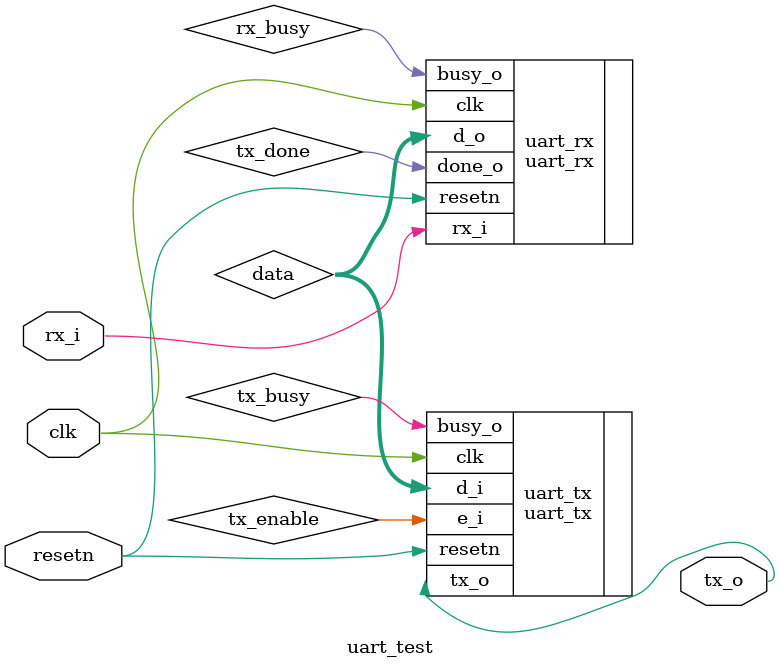
<source format=v>
module uart_test(
    input clk,
    input resetn,

    output tx_o,
    input rx_i
);
    wire tx_enable;
    wire tx_busy;
    wire [7:0] data;

    wire rx_busy;

    uart_tx uart_tx (
        .clk(clk),
        .resetn(resetn),

        .e_i(tx_enable),
        .d_i(data),

        .tx_o(tx_o),
        .busy_o(tx_busy)
    );

    uart_rx uart_rx (
        .clk(clk),
        .resetn(resetn),

        .rx_i(rx_i),

        .d_o(data),
        .busy_o(rx_busy),
        .done_o(tx_done)
    );
endmodule

</source>
